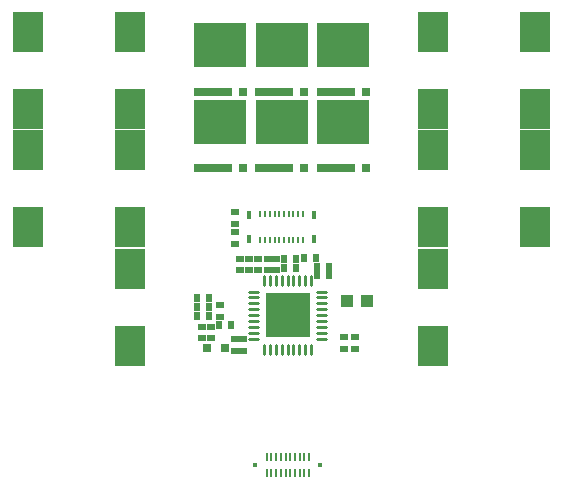
<source format=gbr>
G04 EAGLE Gerber RS-274X export*
G75*
%MOMM*%
%FSLAX34Y34*%
%LPD*%
%INSolderpaste Top*%
%IPPOS*%
%AMOC8*
5,1,8,0,0,1.08239X$1,22.5*%
G01*
%ADD10R,0.700000X0.600000*%
%ADD11R,0.600000X0.700000*%
%ADD12R,1.000000X1.100000*%
%ADD13R,3.250000X0.686000*%
%ADD14R,0.710000X0.686000*%
%ADD15R,4.520000X3.800000*%
%ADD16C,0.230000*%
%ADD17R,3.700000X3.700000*%
%ADD18R,0.800000X0.800000*%
%ADD19R,0.220000X0.475000*%
%ADD20R,0.320000X0.650000*%
%ADD21R,2.500000X3.500000*%
%ADD22R,0.220000X0.660000*%
%ADD23R,0.350000X0.440000*%


D10*
X253365Y112094D03*
X253365Y122094D03*
X246190Y103616D03*
X246190Y93616D03*
X285750Y151274D03*
X285750Y161274D03*
X293624Y161274D03*
X293624Y151274D03*
X277876Y151274D03*
X277876Y161274D03*
X270002Y151274D03*
X270002Y161274D03*
D11*
X307992Y153543D03*
X317992Y153543D03*
D10*
X300609Y151274D03*
X300609Y161274D03*
X265811Y174007D03*
X265811Y184007D03*
D11*
X262683Y104648D03*
X252683Y104648D03*
D10*
X265811Y190898D03*
X265811Y200898D03*
D11*
X335868Y147511D03*
X345868Y147511D03*
D12*
X360562Y125413D03*
X377562Y125413D03*
D11*
X334883Y161481D03*
X324883Y161481D03*
D13*
X299276Y302657D03*
D14*
X324676Y302657D03*
D15*
X305626Y341757D03*
D13*
X299212Y238077D03*
D14*
X324612Y238077D03*
D15*
X305562Y277177D03*
D13*
X247206Y302657D03*
D14*
X272606Y302657D03*
D15*
X253556Y341757D03*
D13*
X247142Y238077D03*
D14*
X272542Y238077D03*
D15*
X253492Y277177D03*
D13*
X351346Y302657D03*
D14*
X376746Y302657D03*
D15*
X357696Y341757D03*
D13*
X351282Y238077D03*
D14*
X376682Y238077D03*
D15*
X357632Y277177D03*
D16*
X330579Y146198D02*
X330579Y138498D01*
X325579Y138498D02*
X325579Y146198D01*
X320579Y146198D02*
X320579Y138498D01*
X315579Y138498D02*
X315579Y146198D01*
X310579Y146198D02*
X310579Y138498D01*
X305579Y138498D02*
X305579Y146198D01*
X300579Y146198D02*
X300579Y138498D01*
X295579Y138498D02*
X295579Y146198D01*
X290579Y146198D02*
X290579Y138498D01*
X285429Y133348D02*
X277729Y133348D01*
X277729Y128348D02*
X285429Y128348D01*
X285429Y123348D02*
X277729Y123348D01*
X277729Y118348D02*
X285429Y118348D01*
X285429Y113348D02*
X277729Y113348D01*
X277729Y108348D02*
X285429Y108348D01*
X285429Y103348D02*
X277729Y103348D01*
X277729Y98348D02*
X285429Y98348D01*
X285429Y93348D02*
X277729Y93348D01*
X290579Y88198D02*
X290579Y80498D01*
X295579Y80498D02*
X295579Y88198D01*
X300579Y88198D02*
X300579Y80498D01*
X305579Y80498D02*
X305579Y88198D01*
X310579Y88198D02*
X310579Y80498D01*
X315579Y80498D02*
X315579Y88198D01*
X320579Y88198D02*
X320579Y80498D01*
X325579Y80498D02*
X325579Y88198D01*
X330579Y88198D02*
X330579Y80498D01*
X335729Y93348D02*
X343429Y93348D01*
X343429Y98348D02*
X335729Y98348D01*
X335729Y103348D02*
X343429Y103348D01*
X343429Y108348D02*
X335729Y108348D01*
X335729Y113348D02*
X343429Y113348D01*
X343429Y118348D02*
X335729Y118348D01*
X335729Y123348D02*
X343429Y123348D01*
X343429Y128348D02*
X335729Y128348D01*
X335779Y133348D02*
X343479Y133348D01*
D17*
X310579Y113348D03*
D11*
X243887Y112776D03*
X233887Y112776D03*
X233887Y120650D03*
X243887Y120650D03*
X243887Y127635D03*
X233887Y127635D03*
D18*
X242754Y85725D03*
X257754Y85725D03*
D10*
X238316Y103616D03*
X238316Y93616D03*
D19*
X323596Y176784D03*
X319596Y176784D03*
X315596Y176784D03*
X311596Y176784D03*
X307596Y176784D03*
X303596Y176784D03*
X299596Y176784D03*
X295596Y176784D03*
X291596Y176784D03*
X287596Y176784D03*
X323596Y198684D03*
X319596Y198684D03*
X315596Y198684D03*
X311596Y198684D03*
X307596Y198684D03*
X303596Y198684D03*
X299596Y198684D03*
X295596Y198684D03*
X291596Y198684D03*
X287596Y198684D03*
D20*
X333096Y177784D03*
X278096Y177784D03*
X333096Y197784D03*
X278096Y197784D03*
D10*
X358394Y94535D03*
X358394Y84535D03*
X266129Y82757D03*
X266129Y92757D03*
D11*
X335868Y154496D03*
X345868Y154496D03*
D10*
X367348Y94535D03*
X367348Y84535D03*
X273114Y82757D03*
X273114Y92757D03*
D11*
X307992Y160528D03*
X317992Y160528D03*
D21*
X434086Y353302D03*
X434086Y288302D03*
X177038Y353302D03*
X177038Y288302D03*
X177038Y187909D03*
X177038Y252909D03*
X177038Y152452D03*
X177038Y87452D03*
X434086Y187909D03*
X434086Y252909D03*
X434086Y152388D03*
X434086Y87388D03*
X91059Y353302D03*
X91059Y288302D03*
X90996Y187909D03*
X90996Y252909D03*
X520129Y353302D03*
X520129Y288302D03*
X520129Y188353D03*
X520129Y253353D03*
D22*
X292862Y-6858D03*
X296862Y-6858D03*
X300862Y-6858D03*
X304862Y-6858D03*
X308862Y-6858D03*
X312862Y-6858D03*
X316862Y-6858D03*
X320862Y-6858D03*
X324862Y-6858D03*
X328862Y-6858D03*
X292862Y-20658D03*
X296862Y-20658D03*
X300862Y-20658D03*
X304862Y-20658D03*
X308862Y-20658D03*
X312862Y-20658D03*
X316862Y-20658D03*
X320862Y-20658D03*
X324862Y-20658D03*
X328862Y-20658D03*
D23*
X283362Y-13758D03*
X338362Y-13758D03*
M02*

</source>
